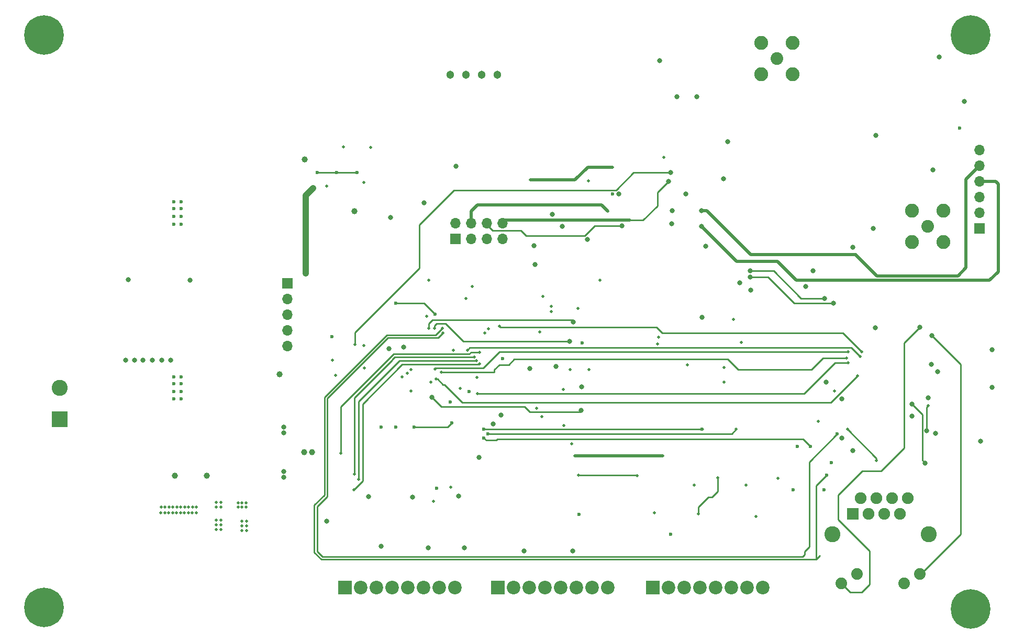
<source format=gbr>
G04 #@! TF.GenerationSoftware,KiCad,Pcbnew,(5.1.9)-1*
G04 #@! TF.CreationDate,2021-03-10T15:07:54+04:00*
G04 #@! TF.ProjectId,saxli,7361786c-692e-46b6-9963-61645f706362,rev?*
G04 #@! TF.SameCoordinates,Original*
G04 #@! TF.FileFunction,Copper,L2,Inr*
G04 #@! TF.FilePolarity,Positive*
%FSLAX46Y46*%
G04 Gerber Fmt 4.6, Leading zero omitted, Abs format (unit mm)*
G04 Created by KiCad (PCBNEW (5.1.9)-1) date 2021-03-10 15:07:54*
%MOMM*%
%LPD*%
G01*
G04 APERTURE LIST*
G04 #@! TA.AperFunction,ComponentPad*
%ADD10C,1.303000*%
G04 #@! TD*
G04 #@! TA.AperFunction,ComponentPad*
%ADD11C,2.250000*%
G04 #@! TD*
G04 #@! TA.AperFunction,ComponentPad*
%ADD12C,2.050000*%
G04 #@! TD*
G04 #@! TA.AperFunction,ComponentPad*
%ADD13O,1.700000X1.700000*%
G04 #@! TD*
G04 #@! TA.AperFunction,ComponentPad*
%ADD14R,1.700000X1.700000*%
G04 #@! TD*
G04 #@! TA.AperFunction,ComponentPad*
%ADD15R,2.200000X2.200000*%
G04 #@! TD*
G04 #@! TA.AperFunction,ComponentPad*
%ADD16C,2.200000*%
G04 #@! TD*
G04 #@! TA.AperFunction,ComponentPad*
%ADD17C,0.600000*%
G04 #@! TD*
G04 #@! TA.AperFunction,ComponentPad*
%ADD18C,2.600000*%
G04 #@! TD*
G04 #@! TA.AperFunction,ComponentPad*
%ADD19C,1.890000*%
G04 #@! TD*
G04 #@! TA.AperFunction,ComponentPad*
%ADD20C,1.900000*%
G04 #@! TD*
G04 #@! TA.AperFunction,ComponentPad*
%ADD21R,1.900000X1.900000*%
G04 #@! TD*
G04 #@! TA.AperFunction,ComponentPad*
%ADD22R,2.600000X2.600000*%
G04 #@! TD*
G04 #@! TA.AperFunction,ComponentPad*
%ADD23C,6.400000*%
G04 #@! TD*
G04 #@! TA.AperFunction,ViaPad*
%ADD24C,0.500000*%
G04 #@! TD*
G04 #@! TA.AperFunction,ViaPad*
%ADD25C,0.600000*%
G04 #@! TD*
G04 #@! TA.AperFunction,ViaPad*
%ADD26C,0.800000*%
G04 #@! TD*
G04 #@! TA.AperFunction,ViaPad*
%ADD27C,1.000000*%
G04 #@! TD*
G04 #@! TA.AperFunction,Conductor*
%ADD28C,0.250000*%
G04 #@! TD*
G04 #@! TA.AperFunction,Conductor*
%ADD29C,0.500000*%
G04 #@! TD*
G04 #@! TA.AperFunction,Conductor*
%ADD30C,1.000000*%
G04 #@! TD*
G04 APERTURE END LIST*
D10*
X116459000Y-31877000D03*
X113919000Y-31877000D03*
X111379000Y-31877000D03*
X108839000Y-31877000D03*
D11*
X164211000Y-31750000D03*
X159131000Y-31750000D03*
X159131000Y-26670000D03*
X164211000Y-26670000D03*
D12*
X161671000Y-29210000D03*
D11*
X183515000Y-58928000D03*
X183515000Y-53848000D03*
X188595000Y-53848000D03*
X188595000Y-58928000D03*
D12*
X186055000Y-56388000D03*
D13*
X194437000Y-44069000D03*
X194437000Y-46609000D03*
X194437000Y-49149000D03*
X194437000Y-51689000D03*
X194437000Y-54229000D03*
D14*
X194437000Y-56769000D03*
D15*
X141605000Y-114935000D03*
D16*
X144145000Y-114935000D03*
X146685000Y-114935000D03*
X149225000Y-114935000D03*
X151765000Y-114935000D03*
X154305000Y-114935000D03*
X156845000Y-114935000D03*
X159385000Y-114935000D03*
D15*
X91821000Y-114935000D03*
D16*
X94361000Y-114935000D03*
X96901000Y-114935000D03*
X99441000Y-114935000D03*
X101981000Y-114935000D03*
X104521000Y-114935000D03*
X107061000Y-114935000D03*
X109601000Y-114935000D03*
D15*
X116586000Y-114935000D03*
D16*
X119126000Y-114935000D03*
X121666000Y-114935000D03*
X124206000Y-114935000D03*
X126746000Y-114935000D03*
X129286000Y-114935000D03*
X131826000Y-114935000D03*
X134366000Y-114935000D03*
D17*
X64170000Y-80750000D03*
X64170000Y-81850000D03*
X65370000Y-81850000D03*
X65370000Y-80750000D03*
X64170000Y-84350000D03*
X64170000Y-83150000D03*
X65370000Y-83150000D03*
X65370000Y-84350000D03*
X64170000Y-52429000D03*
X64170000Y-53529000D03*
X65370000Y-53529000D03*
X65370000Y-52429000D03*
X64170000Y-56029000D03*
X64170000Y-54829000D03*
X65370000Y-54829000D03*
X65370000Y-56029000D03*
D18*
X186210000Y-106287000D03*
X170660000Y-106287000D03*
D19*
X172110000Y-114237000D03*
X174650000Y-112717000D03*
X182220000Y-114237000D03*
X184760000Y-112717000D03*
D20*
X182880000Y-100457000D03*
X181610000Y-102997000D03*
X180340000Y-100457000D03*
X179070000Y-102997000D03*
X177800000Y-100457000D03*
X176530000Y-102997000D03*
X175260000Y-100457000D03*
D21*
X173990000Y-102997000D03*
D13*
X117348000Y-55880000D03*
X117348000Y-58420000D03*
X114808000Y-55880000D03*
X114808000Y-58420000D03*
X112268000Y-55880000D03*
X112268000Y-58420000D03*
X109728000Y-55880000D03*
D14*
X109728000Y-58420000D03*
D13*
X82550000Y-75819000D03*
X82550000Y-73279000D03*
X82550000Y-70739000D03*
X82550000Y-68199000D03*
D14*
X82550000Y-65659000D03*
D18*
X45720000Y-82550000D03*
D22*
X45720000Y-87630000D03*
D23*
X193040000Y-25400000D03*
X193040000Y-118364000D03*
X43180000Y-118110000D03*
X43180000Y-25400000D03*
D24*
X74549000Y-101219000D03*
X74549000Y-101854000D03*
X75819000Y-101219000D03*
X75184000Y-101219000D03*
X75819000Y-101854000D03*
X75184000Y-101854000D03*
X75946000Y-104140000D03*
X75184000Y-104140000D03*
X75946000Y-104902000D03*
X75184000Y-104902000D03*
X75184000Y-105664000D03*
X75946000Y-105664000D03*
X71755000Y-101854000D03*
X71755000Y-101092000D03*
X70993000Y-101092000D03*
X70993000Y-101854000D03*
X71755000Y-104013000D03*
X71755000Y-104775000D03*
X71755000Y-105537000D03*
X70993000Y-104013000D03*
X70993000Y-104775000D03*
X70993000Y-105537000D03*
X122811500Y-85854500D03*
X105029000Y-70993000D03*
X111392000Y-68072000D03*
X123812000Y-67704000D03*
D25*
X130175000Y-75311000D03*
D24*
X148971000Y-102997000D03*
X152146000Y-97091500D03*
X161859000Y-97221000D03*
X106172000Y-100965000D03*
X108902500Y-98615500D03*
D26*
X88900000Y-104140000D03*
D24*
X168402000Y-88011000D03*
X101092000Y-80772000D03*
X141841000Y-102761000D03*
X133096000Y-65151000D03*
D27*
X85344000Y-45593000D03*
D24*
X123317000Y-73533000D03*
X90297000Y-80518000D03*
X128458000Y-91633000D03*
D26*
X173990000Y-59817000D03*
X186943000Y-47245000D03*
X191960000Y-36132000D03*
X142748000Y-29591000D03*
X153685000Y-42657000D03*
X121729500Y-79438500D03*
D25*
X144526000Y-106299000D03*
X129690500Y-103020500D03*
D26*
X177672000Y-41657000D03*
X150178000Y-59626000D03*
X113474000Y-93790000D03*
D25*
X93793000Y-47685000D03*
X90493000Y-47683000D03*
X87343000Y-47719000D03*
X106680000Y-98806000D03*
D26*
X186182000Y-84201000D03*
X194577000Y-91173000D03*
X172212000Y-90678000D03*
X172212000Y-84328000D03*
X177586000Y-72811000D03*
X187642500Y-79946500D03*
D24*
X62103000Y-101854000D03*
X62738000Y-101854000D03*
X63373000Y-101854000D03*
X64008000Y-101854000D03*
X64643000Y-101854000D03*
X65278000Y-101854000D03*
X65913000Y-101854000D03*
X66548000Y-101854000D03*
X67183000Y-101854000D03*
X67818000Y-101854000D03*
X62035000Y-102811000D03*
X62670000Y-102811000D03*
X63305000Y-102811000D03*
X63940000Y-102811000D03*
X64575000Y-102811000D03*
X65210000Y-102811000D03*
X65845000Y-102811000D03*
X66480000Y-102811000D03*
X67115000Y-102811000D03*
X67750000Y-102811000D03*
X112395000Y-66167000D03*
X143383000Y-45212000D03*
D26*
X63627000Y-78105000D03*
X62230000Y-78105000D03*
X60706000Y-78105000D03*
X59182000Y-78105000D03*
X57785000Y-78105000D03*
X56388000Y-78105000D03*
X66802000Y-65151000D03*
X56769000Y-65024000D03*
X146939000Y-51181000D03*
X177233010Y-56700990D03*
X196437250Y-82454750D03*
X196512000Y-76370000D03*
X122428000Y-59563000D03*
X149606000Y-71120000D03*
D24*
X147193000Y-78867000D03*
X155956000Y-75184000D03*
X154686000Y-71501000D03*
D26*
X145542000Y-35433000D03*
X148717000Y-35433000D03*
D25*
X191262000Y-40513000D03*
D26*
X187960000Y-28956000D03*
X105313000Y-108488000D03*
X111155000Y-108428000D03*
X97693000Y-108234000D03*
X128651000Y-108966000D03*
X81940400Y-89852500D03*
X81940400Y-88900000D03*
X81940400Y-97028000D03*
X81940400Y-96100900D03*
D24*
X156702000Y-98314000D03*
X148336000Y-98298000D03*
X143256000Y-93599000D03*
X129032000Y-93599000D03*
X158305500Y-103378000D03*
X123634500Y-87185500D03*
X170958000Y-83042000D03*
D26*
X98933000Y-76200000D03*
X125984000Y-79121000D03*
X122555000Y-62611000D03*
D24*
X113157000Y-80899000D03*
X109347000Y-76454000D03*
X105725999Y-81599001D03*
X89784499Y-78109501D03*
D27*
X85217000Y-92964000D03*
X86487000Y-92964000D03*
D26*
X86673999Y-50232001D03*
D27*
X85471000Y-64008000D03*
D26*
X169672000Y-81661000D03*
X186690000Y-78740000D03*
D24*
X153162000Y-79248000D03*
X153162000Y-81661000D03*
X127254000Y-88646000D03*
D26*
X128143000Y-75057000D03*
D24*
X106351000Y-72898000D03*
X177800000Y-94361000D03*
X173101000Y-89281000D03*
X173228000Y-76708000D03*
X106426000Y-79502000D03*
D26*
X101346000Y-75946000D03*
D24*
X94893000Y-49252000D03*
X172974000Y-77724000D03*
X107442000Y-80010000D03*
D26*
X136602000Y-56311000D03*
D24*
X134366000Y-53975000D03*
D26*
X99187000Y-54991000D03*
X184785000Y-72771000D03*
X186753500Y-74104500D03*
X183515000Y-85217000D03*
X185674000Y-94742000D03*
X183515000Y-87122000D03*
X187325000Y-89916000D03*
X185928000Y-89535000D03*
X173984999Y-92715001D03*
D24*
X186182000Y-85471000D03*
X101917500Y-80200500D03*
X174692001Y-80577999D03*
X106553000Y-81153000D03*
X102489000Y-79629000D03*
X105410000Y-65151000D03*
D27*
X64275000Y-96761000D03*
D24*
X131191000Y-49022000D03*
D25*
X170497500Y-94678500D03*
X135128000Y-51181000D03*
D26*
X110236000Y-100076000D03*
X102713000Y-100233000D03*
X95631000Y-100203000D03*
X120777000Y-108966000D03*
D27*
X93345000Y-53975000D03*
X69482000Y-96761000D03*
D26*
X136144000Y-51181000D03*
D24*
X173228000Y-78486000D03*
X113220500Y-83502500D03*
X175133000Y-77470000D03*
X111633000Y-76454000D03*
X175387000Y-76708000D03*
X116776500Y-72580500D03*
X94869000Y-75692000D03*
X91567000Y-43561000D03*
X95993000Y-43580000D03*
X94996000Y-79375000D03*
D25*
X117348000Y-77851000D03*
X89721999Y-74235001D03*
D24*
X88900000Y-49911000D03*
D25*
X114300000Y-89281000D03*
X149606000Y-89281000D03*
D24*
X155067000Y-89281000D03*
D25*
X114935000Y-90043000D03*
D24*
X142557500Y-74358500D03*
X125222000Y-69342000D03*
X142367000Y-75438000D03*
X125222000Y-70231000D03*
X93282205Y-99060705D03*
X113601500Y-78676500D03*
X94043500Y-97345500D03*
X113093500Y-78168500D03*
X93345000Y-96520000D03*
X112776000Y-77533500D03*
X113601500Y-76771500D03*
X91186000Y-93154500D03*
X139065000Y-96774000D03*
X129603500Y-96710500D03*
X105410000Y-72898000D03*
X127095000Y-82836000D03*
D26*
X128778000Y-71882000D03*
X115824000Y-88392000D03*
X131064000Y-58547000D03*
X117094000Y-86995000D03*
X127000000Y-56388000D03*
D24*
X114427000Y-73660000D03*
X115062000Y-73025000D03*
X107569000Y-72898000D03*
D25*
X164973000Y-92075000D03*
X169735500Y-96710500D03*
D24*
X107696000Y-73660000D03*
D25*
X171450000Y-90043000D03*
X106426000Y-70612000D03*
X100076000Y-68834000D03*
X109093000Y-88265000D03*
X102997000Y-88900000D03*
X108851000Y-84824000D03*
X97663000Y-88900000D03*
X111887000Y-83185000D03*
X100076000Y-88900000D03*
D26*
X144463000Y-47689000D03*
D24*
X93472000Y-75565000D03*
X131318000Y-79629000D03*
D26*
X144780000Y-53848000D03*
D24*
X102489000Y-83058000D03*
X110490000Y-82677000D03*
X128206500Y-79565500D03*
D26*
X144653000Y-56007000D03*
X149479000Y-56388000D03*
X153019000Y-48657000D03*
X130111500Y-82359500D03*
X105918000Y-84074000D03*
X130048000Y-86233000D03*
X149479000Y-53848000D03*
X167513000Y-63627000D03*
X155702000Y-65532000D03*
D24*
X121793000Y-48895000D03*
X135064500Y-46799500D03*
D26*
X157353000Y-64643000D03*
X170815000Y-68834000D03*
X157347761Y-63632239D03*
X169418000Y-68072000D03*
X166370000Y-66167000D03*
X157420600Y-66734400D03*
D25*
X114300000Y-90678000D03*
X167068500Y-92011500D03*
X164338000Y-99060000D03*
X169291000Y-99060000D03*
D24*
X129540000Y-69723000D03*
D26*
X104648000Y-52628800D03*
X125349000Y-54483000D03*
D24*
X137872000Y-55422000D03*
D26*
X144145000Y-49149000D03*
X109791500Y-46672500D03*
D27*
X81280000Y-80391000D03*
D28*
X148971000Y-102997000D02*
X148971000Y-101854000D01*
X148971000Y-101854000D02*
X150558500Y-100266500D01*
X150558500Y-100266500D02*
X151193500Y-100266500D01*
X152146000Y-99314000D02*
X152146000Y-97091500D01*
X151193500Y-100266500D02*
X152146000Y-99314000D01*
X87377000Y-47685000D02*
X87343000Y-47719000D01*
X93793000Y-47685000D02*
X87377000Y-47685000D01*
D29*
X143256000Y-93599000D02*
X129032000Y-93599000D01*
X129032000Y-93599000D02*
X129032000Y-93599000D01*
X85471000Y-64008000D02*
X85471000Y-63246000D01*
D30*
X85471000Y-51435000D02*
X86673999Y-50232001D01*
X85471000Y-64008000D02*
X85471000Y-51435000D01*
D28*
X128143000Y-75057000D02*
X110998000Y-75057000D01*
X110998000Y-75057000D02*
X108077000Y-72136000D01*
X108077000Y-72136000D02*
X106680000Y-72136000D01*
X106351000Y-72465000D02*
X106680000Y-72136000D01*
X106351000Y-72898000D02*
X106351000Y-72465000D01*
X177800000Y-93980000D02*
X173101000Y-89281000D01*
X177800000Y-94361000D02*
X177800000Y-93980000D01*
X173228000Y-76708000D02*
X117475000Y-76708000D01*
X114173000Y-79375000D02*
X106553000Y-79375000D01*
X116840000Y-76708000D02*
X114173000Y-79375000D01*
X106553000Y-79375000D02*
X106426000Y-79502000D01*
X106426000Y-79502000D02*
X106426000Y-79502000D01*
X117475000Y-76708000D02*
X116840000Y-76708000D01*
X169164000Y-77724000D02*
X172974000Y-77724000D01*
X167259000Y-79629000D02*
X169164000Y-77724000D01*
X153729999Y-77910999D02*
X155448000Y-79629000D01*
X119193001Y-77910999D02*
X153729999Y-77910999D01*
X155448000Y-79629000D02*
X167259000Y-79629000D01*
X115951000Y-80010000D02*
X115951000Y-79629000D01*
X107442000Y-80010000D02*
X115951000Y-80010000D01*
X116776500Y-78803500D02*
X118300500Y-78803500D01*
X115951000Y-79629000D02*
X116776500Y-78803500D01*
X118300500Y-78803500D02*
X119193001Y-77910999D01*
X115729001Y-57055001D02*
X120240999Y-57055001D01*
X114808000Y-56134000D02*
X115729001Y-57055001D01*
X114808000Y-55880000D02*
X114808000Y-56134000D01*
X130595997Y-57942001D02*
X121127999Y-57942001D01*
X132226998Y-56311000D02*
X130595997Y-57942001D01*
X136602000Y-56311000D02*
X132226998Y-56311000D01*
X120240999Y-57055001D02*
X121127999Y-57942001D01*
D29*
X112268000Y-55880000D02*
X112268000Y-53975000D01*
X112268000Y-53975000D02*
X113284000Y-52959000D01*
X133350000Y-52959000D02*
X134366000Y-53975000D01*
X113284000Y-52959000D02*
X133350000Y-52959000D01*
D28*
X175387000Y-115697000D02*
X173570000Y-115697000D01*
X176657000Y-114427000D02*
X175387000Y-115697000D01*
X176657000Y-108966000D02*
X176657000Y-114427000D01*
X175514000Y-96012000D02*
X171577000Y-99949000D01*
X173570000Y-115697000D02*
X172110000Y-114237000D01*
X178562000Y-96012000D02*
X175514000Y-96012000D01*
X171577000Y-103886000D02*
X176657000Y-108966000D01*
X182245000Y-92329000D02*
X178562000Y-96012000D01*
X171577000Y-99949000D02*
X171577000Y-103886000D01*
X182245000Y-75311000D02*
X182245000Y-92329000D01*
X184785000Y-72771000D02*
X182245000Y-75311000D01*
X184971000Y-112717000D02*
X184760000Y-112717000D01*
X191389000Y-106299000D02*
X184971000Y-112717000D01*
X191389000Y-106299000D02*
X191389000Y-78740000D01*
X191389000Y-78740000D02*
X186753500Y-74104500D01*
X186753500Y-74104500D02*
X186690000Y-74041000D01*
X185202999Y-94270999D02*
X185202999Y-86904999D01*
X185674000Y-94742000D02*
X185202999Y-94270999D01*
X185202999Y-86904999D02*
X183515000Y-85217000D01*
X185928000Y-85725000D02*
X186182000Y-85471000D01*
X185928000Y-89535000D02*
X185928000Y-85725000D01*
X170376009Y-84893991D02*
X110801991Y-84893991D01*
X174692001Y-80577999D02*
X170376009Y-84893991D01*
X107950000Y-82042000D02*
X107696000Y-82042000D01*
X110801991Y-84893991D02*
X107950000Y-82042000D01*
X107696000Y-82042000D02*
X106807000Y-81153000D01*
X106807000Y-81153000D02*
X106553000Y-81153000D01*
X106553000Y-81153000D02*
X106426000Y-81153000D01*
X113220500Y-83502500D02*
X113157000Y-83566000D01*
X113220500Y-83502500D02*
X166052500Y-83502500D01*
X171069000Y-78486000D02*
X173228000Y-78486000D01*
X166052500Y-83502500D02*
X171069000Y-78486000D01*
X175133000Y-77470000D02*
X175133000Y-77470000D01*
X173799500Y-76136500D02*
X175133000Y-77470000D01*
X173736000Y-76073000D02*
X173799500Y-76136500D01*
X112014000Y-76073000D02*
X173736000Y-76073000D01*
X111633000Y-76454000D02*
X112014000Y-76073000D01*
X175387000Y-76708000D02*
X175387000Y-76708000D01*
X142240000Y-72771000D02*
X143129000Y-73660000D01*
X172339000Y-73660000D02*
X175387000Y-76708000D01*
X143129000Y-73660000D02*
X172339000Y-73660000D01*
X116967000Y-72771000D02*
X116776500Y-72580500D01*
X118745000Y-72771000D02*
X116967000Y-72771000D01*
X118745000Y-72771000D02*
X142240000Y-72771000D01*
X114300000Y-89281000D02*
X148844000Y-89281000D01*
X147828000Y-89281000D02*
X149606000Y-89281000D01*
X149606000Y-89281000D02*
X149733000Y-89281000D01*
X154305000Y-90043000D02*
X154368500Y-89979500D01*
X114935000Y-90043000D02*
X154305000Y-90043000D01*
X154368500Y-89979500D02*
X155067000Y-89281000D01*
X93282205Y-99060705D02*
X93219410Y-99123500D01*
X113534499Y-78743501D02*
X113601500Y-78676500D01*
X101088499Y-78743501D02*
X113534499Y-78743501D01*
X94678500Y-85153500D02*
X101088499Y-78743501D01*
X94678500Y-97664410D02*
X94678500Y-85153500D01*
X93282205Y-99060705D02*
X94678500Y-97664410D01*
X105727500Y-78168500D02*
X113093500Y-78168500D01*
X100647500Y-78168500D02*
X105727500Y-78168500D01*
X94043500Y-84772500D02*
X100647500Y-78168500D01*
X94043500Y-97345500D02*
X94043500Y-84772500D01*
X112776000Y-77522000D02*
X112776000Y-77533500D01*
X93345000Y-96520000D02*
X93345000Y-96583500D01*
X93345000Y-96520000D02*
X93345000Y-96520000D01*
X112776000Y-77533500D02*
X112776000Y-77533500D01*
X107886500Y-77533500D02*
X112776000Y-77533500D01*
X99886910Y-77533500D02*
X107886500Y-77533500D01*
X99441000Y-78105000D02*
X99441000Y-77979410D01*
X93345000Y-84201000D02*
X99441000Y-78105000D01*
X99441000Y-77979410D02*
X99886910Y-77533500D01*
X93345000Y-96520000D02*
X93345000Y-84201000D01*
X91186000Y-93154500D02*
X91186000Y-93154500D01*
X112966500Y-76771500D02*
X112675498Y-76771500D01*
X113601500Y-76771500D02*
X112966500Y-76771500D01*
X112198990Y-76771500D02*
X113601500Y-76771500D01*
X111887000Y-77083490D02*
X112198990Y-76771500D01*
X99700510Y-77083490D02*
X111887000Y-77083490D01*
X91186000Y-85598000D02*
X99700510Y-77083490D01*
X91186000Y-93154500D02*
X91186000Y-85598000D01*
X139001500Y-96710500D02*
X139065000Y-96774000D01*
X129603500Y-96710500D02*
X139001500Y-96710500D01*
X128464001Y-71568001D02*
X128778000Y-71882000D01*
X105977999Y-71568001D02*
X128464001Y-71568001D01*
X105410000Y-72136000D02*
X105977999Y-71568001D01*
X105410000Y-72898000D02*
X105410000Y-72136000D01*
X168021000Y-110363000D02*
X168656000Y-109728000D01*
X168021000Y-110363000D02*
X168021000Y-98425000D01*
X168021000Y-98425000D02*
X169735500Y-96710500D01*
X169735500Y-96710500D02*
X169799000Y-96647000D01*
X106495010Y-73971990D02*
X107569000Y-72898000D01*
X98621010Y-73971990D02*
X106495010Y-73971990D01*
X86861991Y-101547597D02*
X88489794Y-99919794D01*
X86861991Y-109215401D02*
X86861991Y-101547597D01*
X88009590Y-110363000D02*
X86861991Y-109215401D01*
X88489794Y-84103206D02*
X98621010Y-73971990D01*
X88489794Y-99919794D02*
X88489794Y-84103206D01*
X168021000Y-110363000D02*
X88009590Y-110363000D01*
X171450000Y-90043000D02*
X171450000Y-90043000D01*
X87312001Y-101790999D02*
X88939804Y-100163196D01*
X87312001Y-109029001D02*
X87312001Y-101790999D01*
X106934000Y-74422000D02*
X107696000Y-73660000D01*
X88195990Y-109912990D02*
X87312001Y-109029001D01*
X98807410Y-74422000D02*
X106934000Y-74422000D01*
X88939804Y-100163196D02*
X88939804Y-84289606D01*
X165804010Y-109912990D02*
X88195990Y-109912990D01*
X166179999Y-109537001D02*
X165804010Y-109912990D01*
X166179999Y-109029001D02*
X166179999Y-109537001D01*
X88939804Y-84289606D02*
X98807410Y-74422000D01*
X166941500Y-108267500D02*
X166179999Y-109029001D01*
X166941500Y-94551500D02*
X166941500Y-108267500D01*
X171450000Y-90043000D02*
X166941500Y-94551500D01*
X104648000Y-68834000D02*
X105727500Y-69913500D01*
X100076000Y-68834000D02*
X104648000Y-68834000D01*
X106426000Y-70612000D02*
X105727500Y-69913500D01*
X108458000Y-88900000D02*
X109093000Y-88265000D01*
X102997000Y-88900000D02*
X108458000Y-88900000D01*
X138512998Y-47689000D02*
X144463000Y-47689000D01*
X135645999Y-50555999D02*
X138512998Y-47689000D01*
X109464001Y-50555999D02*
X135645999Y-50555999D01*
X103886000Y-56134000D02*
X109464001Y-50555999D01*
X103886000Y-63156998D02*
X103886000Y-56134000D01*
X96602499Y-70440499D02*
X103886000Y-63156998D01*
X95713499Y-71329499D02*
X96602499Y-70440499D01*
X95205499Y-71837499D02*
X96602499Y-70440499D01*
X93472000Y-73570998D02*
X94570499Y-72472499D01*
X93472000Y-75565000D02*
X93472000Y-73570998D01*
X94570499Y-72472499D02*
X95205499Y-71837499D01*
D29*
X196088000Y-65151000D02*
X164846000Y-65151000D01*
X197485000Y-63754000D02*
X196088000Y-65151000D01*
X197485000Y-49530000D02*
X197485000Y-63754000D01*
X164846000Y-65151000D02*
X161798000Y-62103000D01*
X197104000Y-49149000D02*
X197485000Y-49530000D01*
X194437000Y-49149000D02*
X197104000Y-49149000D01*
X149479000Y-56388000D02*
X155194000Y-62103000D01*
X161798000Y-62103000D02*
X155194000Y-62103000D01*
D28*
X130048000Y-86233000D02*
X130048000Y-86233000D01*
X107442000Y-85598000D02*
X105918000Y-84074000D01*
X121735501Y-86429501D02*
X120904000Y-85598000D01*
X120904000Y-85598000D02*
X107442000Y-85598000D01*
X129851499Y-86429501D02*
X121735501Y-86429501D01*
X130048000Y-86233000D02*
X129851499Y-86429501D01*
D29*
X192278000Y-48768000D02*
X194437000Y-46609000D01*
X192278000Y-63119000D02*
X192278000Y-48768000D01*
X190946010Y-64450990D02*
X192278000Y-63119000D01*
X177861990Y-64450990D02*
X190946010Y-64450990D01*
X174498000Y-61087000D02*
X177861990Y-64450990D01*
X174498000Y-60960000D02*
X174498000Y-61087000D01*
X157480000Y-60960000D02*
X174498000Y-60960000D01*
X150368000Y-53848000D02*
X157480000Y-60960000D01*
X149479000Y-53848000D02*
X150368000Y-53848000D01*
X121793000Y-48895000D02*
X129032000Y-48895000D01*
X131127500Y-46799500D02*
X135064500Y-46799500D01*
X129032000Y-48895000D02*
X131127500Y-46799500D01*
D28*
X157353000Y-64643000D02*
X160274000Y-64643000D01*
X164465000Y-68834000D02*
X170815000Y-68834000D01*
X160274000Y-64643000D02*
X164465000Y-68834000D01*
X157347761Y-63632239D02*
X161168239Y-63632239D01*
X165608000Y-68072000D02*
X169418000Y-68072000D01*
X161168239Y-63632239D02*
X165608000Y-68072000D01*
X165943001Y-90886001D02*
X167068500Y-92011500D01*
X167068500Y-92011500D02*
X167132000Y-92075000D01*
X114300000Y-90678000D02*
X114681000Y-91059000D01*
X116332000Y-91059000D02*
X116504999Y-90886001D01*
X114681000Y-91059000D02*
X116332000Y-91059000D01*
X116504999Y-90886001D02*
X165943001Y-90886001D01*
X137872000Y-55422000D02*
X124764000Y-55422000D01*
D29*
X117806000Y-55422000D02*
X117348000Y-55880000D01*
X137872000Y-55422000D02*
X117806000Y-55422000D01*
D28*
X137872000Y-55422000D02*
X140031000Y-55422000D01*
X140031000Y-55422000D02*
X142367000Y-53086000D01*
X142367000Y-50927000D02*
X144145000Y-49149000D01*
X142367000Y-53086000D02*
X142367000Y-50927000D01*
M02*

</source>
